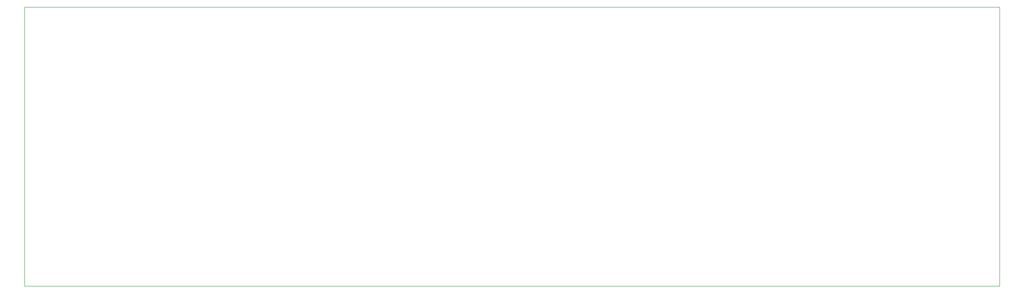
<source format=gbr>
%TF.GenerationSoftware,KiCad,Pcbnew,9.0.4-9.0.4-0~ubuntu22.04.1*%
%TF.CreationDate,2025-10-10T14:12:55+02:00*%
%TF.ProjectId,splitflap-backplane,73706c69-7466-46c6-9170-2d6261636b70,rev?*%
%TF.SameCoordinates,Original*%
%TF.FileFunction,Profile,NP*%
%FSLAX46Y46*%
G04 Gerber Fmt 4.6, Leading zero omitted, Abs format (unit mm)*
G04 Created by KiCad (PCBNEW 9.0.4-9.0.4-0~ubuntu22.04.1) date 2025-10-10 14:12:55*
%MOMM*%
%LPD*%
G01*
G04 APERTURE LIST*
%TA.AperFunction,Profile*%
%ADD10C,0.100000*%
%TD*%
G04 APERTURE END LIST*
D10*
X35000000Y-87000000D02*
X234000000Y-87000000D01*
X234000000Y-144000000D01*
X35000000Y-144000000D01*
X35000000Y-87000000D01*
M02*

</source>
